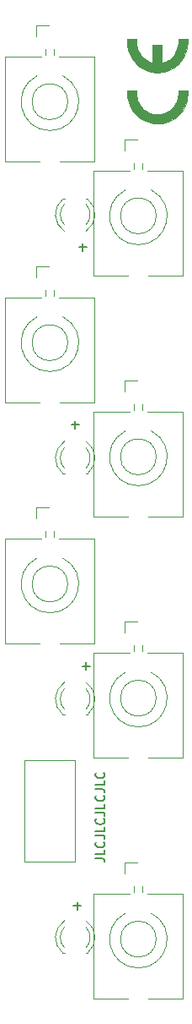
<source format=gbr>
G04 #@! TF.GenerationSoftware,KiCad,Pcbnew,(5.1.9)-1*
G04 #@! TF.CreationDate,2021-08-04T02:23:12+02:00*
G04 #@! TF.ProjectId,sequswit,73657175-7377-4697-942e-6b696361645f,rev?*
G04 #@! TF.SameCoordinates,Original*
G04 #@! TF.FileFunction,Legend,Top*
G04 #@! TF.FilePolarity,Positive*
%FSLAX46Y46*%
G04 Gerber Fmt 4.6, Leading zero omitted, Abs format (unit mm)*
G04 Created by KiCad (PCBNEW (5.1.9)-1) date 2021-08-04 02:23:12*
%MOMM*%
%LPD*%
G01*
G04 APERTURE LIST*
%ADD10C,0.150000*%
%ADD11C,0.010000*%
%ADD12C,0.120000*%
G04 APERTURE END LIST*
D10*
X248031047Y-102306428D02*
X248792952Y-102306428D01*
X248412000Y-102687380D02*
X248412000Y-101925476D01*
X247269047Y-120086428D02*
X248030952Y-120086428D01*
X247650000Y-120467380D02*
X247650000Y-119705476D01*
X247459547Y-168282928D02*
X248221452Y-168282928D01*
X247840500Y-168663880D02*
X247840500Y-167901976D01*
X248348547Y-144279928D02*
X249110452Y-144279928D01*
X248729500Y-144660880D02*
X248729500Y-143898976D01*
X249697142Y-163542142D02*
X250340000Y-163542142D01*
X250468571Y-163585000D01*
X250554285Y-163670714D01*
X250597142Y-163799285D01*
X250597142Y-163885000D01*
X250597142Y-162685000D02*
X250597142Y-163113571D01*
X249697142Y-163113571D01*
X250511428Y-161870714D02*
X250554285Y-161913571D01*
X250597142Y-162042142D01*
X250597142Y-162127857D01*
X250554285Y-162256428D01*
X250468571Y-162342142D01*
X250382857Y-162385000D01*
X250211428Y-162427857D01*
X250082857Y-162427857D01*
X249911428Y-162385000D01*
X249825714Y-162342142D01*
X249740000Y-162256428D01*
X249697142Y-162127857D01*
X249697142Y-162042142D01*
X249740000Y-161913571D01*
X249782857Y-161870714D01*
X249697142Y-161227857D02*
X250340000Y-161227857D01*
X250468571Y-161270714D01*
X250554285Y-161356428D01*
X250597142Y-161485000D01*
X250597142Y-161570714D01*
X250597142Y-160370714D02*
X250597142Y-160799285D01*
X249697142Y-160799285D01*
X250511428Y-159556428D02*
X250554285Y-159599285D01*
X250597142Y-159727857D01*
X250597142Y-159813571D01*
X250554285Y-159942142D01*
X250468571Y-160027857D01*
X250382857Y-160070714D01*
X250211428Y-160113571D01*
X250082857Y-160113571D01*
X249911428Y-160070714D01*
X249825714Y-160027857D01*
X249740000Y-159942142D01*
X249697142Y-159813571D01*
X249697142Y-159727857D01*
X249740000Y-159599285D01*
X249782857Y-159556428D01*
X249697142Y-158913571D02*
X250340000Y-158913571D01*
X250468571Y-158956428D01*
X250554285Y-159042142D01*
X250597142Y-159170714D01*
X250597142Y-159256428D01*
X250597142Y-158056428D02*
X250597142Y-158485000D01*
X249697142Y-158485000D01*
X250511428Y-157242142D02*
X250554285Y-157285000D01*
X250597142Y-157413571D01*
X250597142Y-157499285D01*
X250554285Y-157627857D01*
X250468571Y-157713571D01*
X250382857Y-157756428D01*
X250211428Y-157799285D01*
X250082857Y-157799285D01*
X249911428Y-157756428D01*
X249825714Y-157713571D01*
X249740000Y-157627857D01*
X249697142Y-157499285D01*
X249697142Y-157413571D01*
X249740000Y-157285000D01*
X249782857Y-157242142D01*
X249697142Y-156599285D02*
X250340000Y-156599285D01*
X250468571Y-156642142D01*
X250554285Y-156727857D01*
X250597142Y-156856428D01*
X250597142Y-156942142D01*
X250597142Y-155742142D02*
X250597142Y-156170714D01*
X249697142Y-156170714D01*
X250511428Y-154927857D02*
X250554285Y-154970714D01*
X250597142Y-155099285D01*
X250597142Y-155185000D01*
X250554285Y-155313571D01*
X250468571Y-155399285D01*
X250382857Y-155442142D01*
X250211428Y-155485000D01*
X250082857Y-155485000D01*
X249911428Y-155442142D01*
X249825714Y-155399285D01*
X249740000Y-155313571D01*
X249697142Y-155185000D01*
X249697142Y-155099285D01*
X249740000Y-154970714D01*
X249782857Y-154927857D01*
D11*
G04 #@! TO.C,REF\u002A\u002A*
G36*
X253821406Y-81491665D02*
G01*
X253821695Y-81786015D01*
X253822120Y-81887990D01*
X253823408Y-81968645D01*
X253825914Y-82033112D01*
X253829996Y-82086524D01*
X253836008Y-82134012D01*
X253844308Y-82180711D01*
X253851436Y-82214611D01*
X253914754Y-82444451D01*
X254001012Y-82663768D01*
X254109009Y-82870799D01*
X254237544Y-83063780D01*
X254385418Y-83240951D01*
X254551430Y-83400547D01*
X254734379Y-83540807D01*
X254771449Y-83565446D01*
X254858402Y-83617244D01*
X254959820Y-83670145D01*
X255068866Y-83721164D01*
X255178702Y-83767318D01*
X255282488Y-83805625D01*
X255373388Y-83833102D01*
X255398984Y-83839196D01*
X255441979Y-83848561D01*
X255441979Y-82086979D01*
X256381250Y-82086979D01*
X256381250Y-83848561D01*
X256424244Y-83839196D01*
X256515611Y-83814136D01*
X256621469Y-83776648D01*
X256734878Y-83729815D01*
X256848892Y-83676718D01*
X256956569Y-83620440D01*
X257050967Y-83564064D01*
X257065319Y-83554608D01*
X257256791Y-83410866D01*
X257428630Y-83249667D01*
X257580163Y-83072010D01*
X257710719Y-82878891D01*
X257819624Y-82671309D01*
X257906206Y-82450262D01*
X257969794Y-82216745D01*
X257971021Y-82211044D01*
X257981622Y-82158462D01*
X257989513Y-82110042D01*
X257995078Y-82060391D01*
X257998702Y-82004119D01*
X258000769Y-81935832D01*
X258001664Y-81850141D01*
X258001799Y-81779401D01*
X258001776Y-81491667D01*
X258934479Y-81491667D01*
X258932762Y-81779401D01*
X258931709Y-81871376D01*
X258929766Y-81961109D01*
X258927126Y-82042842D01*
X258923981Y-82110821D01*
X258920526Y-82159289D01*
X258919789Y-82166354D01*
X258883594Y-82391763D01*
X258826376Y-82623614D01*
X258750284Y-82855575D01*
X258657465Y-83081315D01*
X258550068Y-83294501D01*
X258518135Y-83350303D01*
X258412667Y-83513844D01*
X258288545Y-83679786D01*
X258151431Y-83841573D01*
X258006982Y-83992650D01*
X257860859Y-84126460D01*
X257816607Y-84163007D01*
X257595012Y-84324327D01*
X257357378Y-84465652D01*
X257106089Y-84585975D01*
X256843532Y-84684289D01*
X256572092Y-84759588D01*
X256294155Y-84810865D01*
X256275416Y-84813410D01*
X256203751Y-84820359D01*
X256113046Y-84825292D01*
X256009923Y-84828208D01*
X255901009Y-84829105D01*
X255792925Y-84827981D01*
X255692298Y-84824834D01*
X255605752Y-84819662D01*
X255547812Y-84813617D01*
X255262894Y-84761661D01*
X254987354Y-84686431D01*
X254722809Y-84588609D01*
X254470877Y-84468879D01*
X254233177Y-84327924D01*
X254011325Y-84166427D01*
X254007079Y-84163007D01*
X253804121Y-83982720D01*
X253617656Y-83783578D01*
X253449214Y-83568027D01*
X253300325Y-83338515D01*
X253172517Y-83097491D01*
X253067322Y-82847400D01*
X252986267Y-82590691D01*
X252961769Y-82490381D01*
X252935938Y-82366470D01*
X252916592Y-82251300D01*
X252902981Y-82137480D01*
X252894356Y-82017615D01*
X252889968Y-81884313D01*
X252889008Y-81772787D01*
X252888750Y-81491667D01*
X253821406Y-81491665D01*
G37*
X253821406Y-81491665D02*
X253821695Y-81786015D01*
X253822120Y-81887990D01*
X253823408Y-81968645D01*
X253825914Y-82033112D01*
X253829996Y-82086524D01*
X253836008Y-82134012D01*
X253844308Y-82180711D01*
X253851436Y-82214611D01*
X253914754Y-82444451D01*
X254001012Y-82663768D01*
X254109009Y-82870799D01*
X254237544Y-83063780D01*
X254385418Y-83240951D01*
X254551430Y-83400547D01*
X254734379Y-83540807D01*
X254771449Y-83565446D01*
X254858402Y-83617244D01*
X254959820Y-83670145D01*
X255068866Y-83721164D01*
X255178702Y-83767318D01*
X255282488Y-83805625D01*
X255373388Y-83833102D01*
X255398984Y-83839196D01*
X255441979Y-83848561D01*
X255441979Y-82086979D01*
X256381250Y-82086979D01*
X256381250Y-83848561D01*
X256424244Y-83839196D01*
X256515611Y-83814136D01*
X256621469Y-83776648D01*
X256734878Y-83729815D01*
X256848892Y-83676718D01*
X256956569Y-83620440D01*
X257050967Y-83564064D01*
X257065319Y-83554608D01*
X257256791Y-83410866D01*
X257428630Y-83249667D01*
X257580163Y-83072010D01*
X257710719Y-82878891D01*
X257819624Y-82671309D01*
X257906206Y-82450262D01*
X257969794Y-82216745D01*
X257971021Y-82211044D01*
X257981622Y-82158462D01*
X257989513Y-82110042D01*
X257995078Y-82060391D01*
X257998702Y-82004119D01*
X258000769Y-81935832D01*
X258001664Y-81850141D01*
X258001799Y-81779401D01*
X258001776Y-81491667D01*
X258934479Y-81491667D01*
X258932762Y-81779401D01*
X258931709Y-81871376D01*
X258929766Y-81961109D01*
X258927126Y-82042842D01*
X258923981Y-82110821D01*
X258920526Y-82159289D01*
X258919789Y-82166354D01*
X258883594Y-82391763D01*
X258826376Y-82623614D01*
X258750284Y-82855575D01*
X258657465Y-83081315D01*
X258550068Y-83294501D01*
X258518135Y-83350303D01*
X258412667Y-83513844D01*
X258288545Y-83679786D01*
X258151431Y-83841573D01*
X258006982Y-83992650D01*
X257860859Y-84126460D01*
X257816607Y-84163007D01*
X257595012Y-84324327D01*
X257357378Y-84465652D01*
X257106089Y-84585975D01*
X256843532Y-84684289D01*
X256572092Y-84759588D01*
X256294155Y-84810865D01*
X256275416Y-84813410D01*
X256203751Y-84820359D01*
X256113046Y-84825292D01*
X256009923Y-84828208D01*
X255901009Y-84829105D01*
X255792925Y-84827981D01*
X255692298Y-84824834D01*
X255605752Y-84819662D01*
X255547812Y-84813617D01*
X255262894Y-84761661D01*
X254987354Y-84686431D01*
X254722809Y-84588609D01*
X254470877Y-84468879D01*
X254233177Y-84327924D01*
X254011325Y-84166427D01*
X254007079Y-84163007D01*
X253804121Y-83982720D01*
X253617656Y-83783578D01*
X253449214Y-83568027D01*
X253300325Y-83338515D01*
X253172517Y-83097491D01*
X253067322Y-82847400D01*
X252986267Y-82590691D01*
X252961769Y-82490381D01*
X252935938Y-82366470D01*
X252916592Y-82251300D01*
X252902981Y-82137480D01*
X252894356Y-82017615D01*
X252889968Y-81884313D01*
X252889008Y-81772787D01*
X252888750Y-81491667D01*
X253821406Y-81491665D01*
G36*
X252889315Y-86785813D02*
G01*
X252890975Y-86721330D01*
X252893945Y-86674697D01*
X252897088Y-86654349D01*
X252905065Y-86624583D01*
X253825530Y-86624583D01*
X253818259Y-86834119D01*
X253818523Y-87043953D01*
X253835382Y-87238141D01*
X253870075Y-87422580D01*
X253923839Y-87603168D01*
X253997911Y-87785803D01*
X254033879Y-87861511D01*
X254132977Y-88042062D01*
X254244326Y-88204702D01*
X254373408Y-88357099D01*
X254430705Y-88416378D01*
X254605861Y-88573015D01*
X254796520Y-88708527D01*
X255001394Y-88822234D01*
X255219193Y-88913456D01*
X255448629Y-88981515D01*
X255541197Y-89001674D01*
X255625244Y-89013823D01*
X255728234Y-89021934D01*
X255842965Y-89026015D01*
X255962234Y-89026074D01*
X256078837Y-89022116D01*
X256185571Y-89014149D01*
X256275233Y-89002181D01*
X256282031Y-89000943D01*
X256510759Y-88945089D01*
X256728965Y-88865701D01*
X256935177Y-88764069D01*
X257127928Y-88641478D01*
X257305748Y-88499219D01*
X257467168Y-88338579D01*
X257610719Y-88160845D01*
X257734931Y-87967307D01*
X257838336Y-87759252D01*
X257907535Y-87575763D01*
X257939118Y-87472623D01*
X257963129Y-87377893D01*
X257980463Y-87285130D01*
X257992016Y-87187894D01*
X257998680Y-87079742D01*
X258001352Y-86954233D01*
X258001504Y-86899089D01*
X258001186Y-86624583D01*
X258918164Y-86624583D01*
X258926141Y-86654349D01*
X258929138Y-86679749D01*
X258931203Y-86726744D01*
X258932382Y-86790490D01*
X258932723Y-86866142D01*
X258932274Y-86948854D01*
X258931083Y-87033783D01*
X258929197Y-87116083D01*
X258926663Y-87190909D01*
X258923531Y-87253417D01*
X258919847Y-87298762D01*
X258919789Y-87299271D01*
X258903341Y-87412271D01*
X258878706Y-87539872D01*
X258848083Y-87672338D01*
X258813667Y-87799934D01*
X258788536Y-87881016D01*
X258687498Y-88145553D01*
X258564513Y-88396277D01*
X258420777Y-88632195D01*
X258257487Y-88852320D01*
X258075838Y-89055660D01*
X257877026Y-89241227D01*
X257662247Y-89408030D01*
X257432698Y-89555079D01*
X257189573Y-89681385D01*
X256934070Y-89785958D01*
X256667383Y-89867808D01*
X256390709Y-89925945D01*
X256301875Y-89939162D01*
X256217107Y-89947618D01*
X256113118Y-89953437D01*
X255997009Y-89956618D01*
X255875887Y-89957161D01*
X255756854Y-89955066D01*
X255647014Y-89950334D01*
X255553472Y-89942963D01*
X255521354Y-89939162D01*
X255238706Y-89888241D01*
X254965614Y-89812795D01*
X254702714Y-89713081D01*
X254450637Y-89589354D01*
X254210017Y-89441872D01*
X254099218Y-89363048D01*
X253881723Y-89184770D01*
X253683344Y-88988767D01*
X253504882Y-88776402D01*
X253347133Y-88549041D01*
X253210897Y-88308047D01*
X253096971Y-88054787D01*
X253006153Y-87790623D01*
X252939241Y-87516921D01*
X252907813Y-87326120D01*
X252902490Y-87273646D01*
X252897930Y-87204782D01*
X252894212Y-87124419D01*
X252891413Y-87037450D01*
X252889612Y-86948764D01*
X252888887Y-86863255D01*
X252889315Y-86785813D01*
G37*
X252889315Y-86785813D02*
X252890975Y-86721330D01*
X252893945Y-86674697D01*
X252897088Y-86654349D01*
X252905065Y-86624583D01*
X253825530Y-86624583D01*
X253818259Y-86834119D01*
X253818523Y-87043953D01*
X253835382Y-87238141D01*
X253870075Y-87422580D01*
X253923839Y-87603168D01*
X253997911Y-87785803D01*
X254033879Y-87861511D01*
X254132977Y-88042062D01*
X254244326Y-88204702D01*
X254373408Y-88357099D01*
X254430705Y-88416378D01*
X254605861Y-88573015D01*
X254796520Y-88708527D01*
X255001394Y-88822234D01*
X255219193Y-88913456D01*
X255448629Y-88981515D01*
X255541197Y-89001674D01*
X255625244Y-89013823D01*
X255728234Y-89021934D01*
X255842965Y-89026015D01*
X255962234Y-89026074D01*
X256078837Y-89022116D01*
X256185571Y-89014149D01*
X256275233Y-89002181D01*
X256282031Y-89000943D01*
X256510759Y-88945089D01*
X256728965Y-88865701D01*
X256935177Y-88764069D01*
X257127928Y-88641478D01*
X257305748Y-88499219D01*
X257467168Y-88338579D01*
X257610719Y-88160845D01*
X257734931Y-87967307D01*
X257838336Y-87759252D01*
X257907535Y-87575763D01*
X257939118Y-87472623D01*
X257963129Y-87377893D01*
X257980463Y-87285130D01*
X257992016Y-87187894D01*
X257998680Y-87079742D01*
X258001352Y-86954233D01*
X258001504Y-86899089D01*
X258001186Y-86624583D01*
X258918164Y-86624583D01*
X258926141Y-86654349D01*
X258929138Y-86679749D01*
X258931203Y-86726744D01*
X258932382Y-86790490D01*
X258932723Y-86866142D01*
X258932274Y-86948854D01*
X258931083Y-87033783D01*
X258929197Y-87116083D01*
X258926663Y-87190909D01*
X258923531Y-87253417D01*
X258919847Y-87298762D01*
X258919789Y-87299271D01*
X258903341Y-87412271D01*
X258878706Y-87539872D01*
X258848083Y-87672338D01*
X258813667Y-87799934D01*
X258788536Y-87881016D01*
X258687498Y-88145553D01*
X258564513Y-88396277D01*
X258420777Y-88632195D01*
X258257487Y-88852320D01*
X258075838Y-89055660D01*
X257877026Y-89241227D01*
X257662247Y-89408030D01*
X257432698Y-89555079D01*
X257189573Y-89681385D01*
X256934070Y-89785958D01*
X256667383Y-89867808D01*
X256390709Y-89925945D01*
X256301875Y-89939162D01*
X256217107Y-89947618D01*
X256113118Y-89953437D01*
X255997009Y-89956618D01*
X255875887Y-89957161D01*
X255756854Y-89955066D01*
X255647014Y-89950334D01*
X255553472Y-89942963D01*
X255521354Y-89939162D01*
X255238706Y-89888241D01*
X254965614Y-89812795D01*
X254702714Y-89713081D01*
X254450637Y-89589354D01*
X254210017Y-89441872D01*
X254099218Y-89363048D01*
X253881723Y-89184770D01*
X253683344Y-88988767D01*
X253504882Y-88776402D01*
X253347133Y-88549041D01*
X253210897Y-88308047D01*
X253096971Y-88054787D01*
X253006153Y-87790623D01*
X252939241Y-87516921D01*
X252907813Y-87326120D01*
X252902490Y-87273646D01*
X252897930Y-87204782D01*
X252894212Y-87124419D01*
X252891413Y-87037450D01*
X252889612Y-86948764D01*
X252888887Y-86863255D01*
X252889315Y-86785813D01*
D12*
G04 #@! TO.C,SW1*
X242570000Y-163830000D02*
X247650000Y-163830000D01*
X242570000Y-153670000D02*
X247650000Y-153670000D01*
X242570000Y-163830000D02*
X242570000Y-153670000D01*
X247650000Y-153670000D02*
X247650000Y-163830000D01*
G04 #@! TO.C,D10*
X248730000Y-173010000D02*
X248886000Y-173010000D01*
X246414000Y-173010000D02*
X246570000Y-173010000D01*
X248729837Y-170408870D02*
G75*
G02*
X248730000Y-172490961I-1079837J-1041130D01*
G01*
X246570163Y-170408870D02*
G75*
G03*
X246570000Y-172490961I1079837J-1041130D01*
G01*
X248728608Y-169777665D02*
G75*
G02*
X248885516Y-173010000I-1078608J-1672335D01*
G01*
X246571392Y-169777665D02*
G75*
G03*
X246414484Y-173010000I1078608J-1672335D01*
G01*
G04 #@! TO.C,D9*
X248730000Y-149134000D02*
X248886000Y-149134000D01*
X246414000Y-149134000D02*
X246570000Y-149134000D01*
X248729837Y-146532870D02*
G75*
G02*
X248730000Y-148614961I-1079837J-1041130D01*
G01*
X246570163Y-146532870D02*
G75*
G03*
X246570000Y-148614961I1079837J-1041130D01*
G01*
X248728608Y-145901665D02*
G75*
G02*
X248885516Y-149134000I-1078608J-1672335D01*
G01*
X246571392Y-145901665D02*
G75*
G03*
X246414484Y-149134000I1078608J-1672335D01*
G01*
G04 #@! TO.C,D8*
X248730000Y-125004000D02*
X248886000Y-125004000D01*
X246414000Y-125004000D02*
X246570000Y-125004000D01*
X248729837Y-122402870D02*
G75*
G02*
X248730000Y-124484961I-1079837J-1041130D01*
G01*
X246570163Y-122402870D02*
G75*
G03*
X246570000Y-124484961I1079837J-1041130D01*
G01*
X248728608Y-121771665D02*
G75*
G02*
X248885516Y-125004000I-1078608J-1672335D01*
G01*
X246571392Y-121771665D02*
G75*
G03*
X246414484Y-125004000I1078608J-1672335D01*
G01*
G04 #@! TO.C,D7*
X246570000Y-97500000D02*
X246414000Y-97500000D01*
X248886000Y-97500000D02*
X248730000Y-97500000D01*
X246570163Y-100101130D02*
G75*
G02*
X246570000Y-98019039I1079837J1041130D01*
G01*
X248729837Y-100101130D02*
G75*
G03*
X248730000Y-98019039I-1079837J1041130D01*
G01*
X246571392Y-100732335D02*
G75*
G02*
X246414484Y-97500000I1078608J1672335D01*
G01*
X248728608Y-100732335D02*
G75*
G03*
X248885516Y-97500000I-1078608J1672335D01*
G01*
G04 #@! TO.C,J7*
X240610000Y-83260000D02*
X240610000Y-93760000D01*
X249610000Y-83260000D02*
X249610000Y-93760000D01*
X249610000Y-93760000D02*
X246110000Y-93760000D01*
X244110000Y-93760000D02*
X240610000Y-93760000D01*
X249610000Y-83260000D02*
X246010000Y-83260000D01*
X244210000Y-83260000D02*
X240610000Y-83260000D01*
X246910000Y-87760000D02*
G75*
G03*
X246910000Y-87760000I-1800000J0D01*
G01*
X244690000Y-82480000D02*
X244690000Y-83080000D01*
X245530000Y-82480000D02*
X245530000Y-83080000D01*
X243710000Y-80100000D02*
X243710000Y-81200000D01*
X243710000Y-80100000D02*
X245030000Y-80100000D01*
X243813737Y-85171423D02*
G75*
G03*
X245110000Y-90655000I1296263J-2588577D01*
G01*
X246406263Y-85171423D02*
G75*
G02*
X245110000Y-90655000I-1296263J-2588577D01*
G01*
G04 #@! TO.C,J6*
X240610000Y-107390000D02*
X240610000Y-117890000D01*
X249610000Y-107390000D02*
X249610000Y-117890000D01*
X249610000Y-117890000D02*
X246110000Y-117890000D01*
X244110000Y-117890000D02*
X240610000Y-117890000D01*
X249610000Y-107390000D02*
X246010000Y-107390000D01*
X244210000Y-107390000D02*
X240610000Y-107390000D01*
X246910000Y-111890000D02*
G75*
G03*
X246910000Y-111890000I-1800000J0D01*
G01*
X244690000Y-106610000D02*
X244690000Y-107210000D01*
X245530000Y-106610000D02*
X245530000Y-107210000D01*
X243710000Y-104230000D02*
X243710000Y-105330000D01*
X243710000Y-104230000D02*
X245030000Y-104230000D01*
X243813737Y-109301423D02*
G75*
G03*
X245110000Y-114785000I1296263J-2588577D01*
G01*
X246406263Y-109301423D02*
G75*
G02*
X245110000Y-114785000I-1296263J-2588577D01*
G01*
G04 #@! TO.C,J5*
X240610000Y-131550000D02*
X240610000Y-142050000D01*
X249610000Y-131550000D02*
X249610000Y-142050000D01*
X249610000Y-142050000D02*
X246110000Y-142050000D01*
X244110000Y-142050000D02*
X240610000Y-142050000D01*
X249610000Y-131550000D02*
X246010000Y-131550000D01*
X244210000Y-131550000D02*
X240610000Y-131550000D01*
X246910000Y-136050000D02*
G75*
G03*
X246910000Y-136050000I-1800000J0D01*
G01*
X244690000Y-130770000D02*
X244690000Y-131370000D01*
X245530000Y-130770000D02*
X245530000Y-131370000D01*
X243710000Y-128390000D02*
X243710000Y-129490000D01*
X243710000Y-128390000D02*
X245030000Y-128390000D01*
X243813737Y-133461423D02*
G75*
G03*
X245110000Y-138945000I1296263J-2588577D01*
G01*
X246406263Y-133461423D02*
G75*
G02*
X245110000Y-138945000I-1296263J-2588577D01*
G01*
G04 #@! TO.C,J4*
X249500000Y-167110000D02*
X249500000Y-177610000D01*
X258500000Y-167110000D02*
X258500000Y-177610000D01*
X258500000Y-177610000D02*
X255000000Y-177610000D01*
X253000000Y-177610000D02*
X249500000Y-177610000D01*
X258500000Y-167110000D02*
X254900000Y-167110000D01*
X253100000Y-167110000D02*
X249500000Y-167110000D01*
X255800000Y-171610000D02*
G75*
G03*
X255800000Y-171610000I-1800000J0D01*
G01*
X253580000Y-166330000D02*
X253580000Y-166930000D01*
X254420000Y-166330000D02*
X254420000Y-166930000D01*
X252600000Y-163950000D02*
X252600000Y-165050000D01*
X252600000Y-163950000D02*
X253920000Y-163950000D01*
X252703737Y-169021423D02*
G75*
G03*
X254000000Y-174505000I1296263J-2588577D01*
G01*
X255296263Y-169021423D02*
G75*
G02*
X254000000Y-174505000I-1296263J-2588577D01*
G01*
G04 #@! TO.C,J3*
X249500000Y-142980000D02*
X249500000Y-153480000D01*
X258500000Y-142980000D02*
X258500000Y-153480000D01*
X258500000Y-153480000D02*
X255000000Y-153480000D01*
X253000000Y-153480000D02*
X249500000Y-153480000D01*
X258500000Y-142980000D02*
X254900000Y-142980000D01*
X253100000Y-142980000D02*
X249500000Y-142980000D01*
X255800000Y-147480000D02*
G75*
G03*
X255800000Y-147480000I-1800000J0D01*
G01*
X253580000Y-142200000D02*
X253580000Y-142800000D01*
X254420000Y-142200000D02*
X254420000Y-142800000D01*
X252600000Y-139820000D02*
X252600000Y-140920000D01*
X252600000Y-139820000D02*
X253920000Y-139820000D01*
X252703737Y-144891423D02*
G75*
G03*
X254000000Y-150375000I1296263J-2588577D01*
G01*
X255296263Y-144891423D02*
G75*
G02*
X254000000Y-150375000I-1296263J-2588577D01*
G01*
G04 #@! TO.C,J2*
X249500000Y-118820000D02*
X249500000Y-129320000D01*
X258500000Y-118820000D02*
X258500000Y-129320000D01*
X258500000Y-129320000D02*
X255000000Y-129320000D01*
X253000000Y-129320000D02*
X249500000Y-129320000D01*
X258500000Y-118820000D02*
X254900000Y-118820000D01*
X253100000Y-118820000D02*
X249500000Y-118820000D01*
X255800000Y-123320000D02*
G75*
G03*
X255800000Y-123320000I-1800000J0D01*
G01*
X253580000Y-118040000D02*
X253580000Y-118640000D01*
X254420000Y-118040000D02*
X254420000Y-118640000D01*
X252600000Y-115660000D02*
X252600000Y-116760000D01*
X252600000Y-115660000D02*
X253920000Y-115660000D01*
X252703737Y-120731423D02*
G75*
G03*
X254000000Y-126215000I1296263J-2588577D01*
G01*
X255296263Y-120731423D02*
G75*
G02*
X254000000Y-126215000I-1296263J-2588577D01*
G01*
G04 #@! TO.C,J1*
X252600000Y-91530000D02*
X253920000Y-91530000D01*
X252600000Y-91530000D02*
X252600000Y-92630000D01*
X254420000Y-93910000D02*
X254420000Y-94510000D01*
X253580000Y-93910000D02*
X253580000Y-94510000D01*
X255800000Y-99190000D02*
G75*
G03*
X255800000Y-99190000I-1800000J0D01*
G01*
X253100000Y-94690000D02*
X249500000Y-94690000D01*
X258500000Y-94690000D02*
X254900000Y-94690000D01*
X253000000Y-105190000D02*
X249500000Y-105190000D01*
X258500000Y-105190000D02*
X255000000Y-105190000D01*
X258500000Y-94690000D02*
X258500000Y-105190000D01*
X249500000Y-94690000D02*
X249500000Y-105190000D01*
X252703737Y-96601423D02*
G75*
G03*
X254000000Y-102085000I1296263J-2588577D01*
G01*
X255296263Y-96601423D02*
G75*
G02*
X254000000Y-102085000I-1296263J-2588577D01*
G01*
G04 #@! TD*
M02*

</source>
